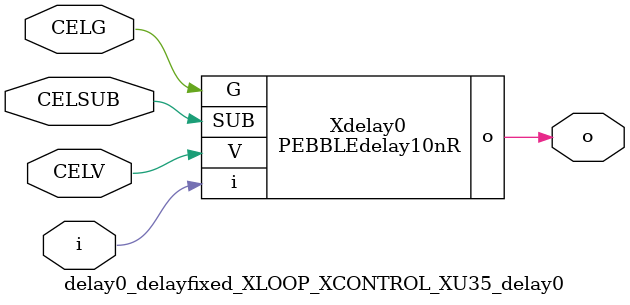
<source format=v>



module PEBBLEdelay10nR ( o, V, G, i, SUB );

  input V;
  input i;
  input G;
  output o;
  input SUB;
endmodule

//Celera Confidential Do Not Copy delay0_delayfixed_XLOOP_XCONTROL_XU35_delay0
//TYPE: fixed 10ns
module delay0_delayfixed_XLOOP_XCONTROL_XU35_delay0 (i, CELV, o,
CELG,CELSUB);
input CELV;
input i;
output o;
input CELSUB;
input CELG;

//Celera Confidential Do Not Copy delayfast0
PEBBLEdelay10nR Xdelay0(
.V (CELV),
.i (i),
.o (o),
.G (CELG),
.SUB (CELSUB)
);
//,diesize,PEBBLEdelay10nR

//Celera Confidential Do Not Copy Module End
//Celera Schematic Generator
endmodule

</source>
